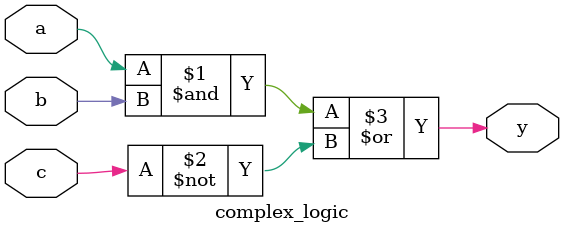
<source format=v>
module complex_logic(input wire a, input wire b, input wire c, output wire y);
  assign y = (a & b) | (~c);
endmodule

</source>
